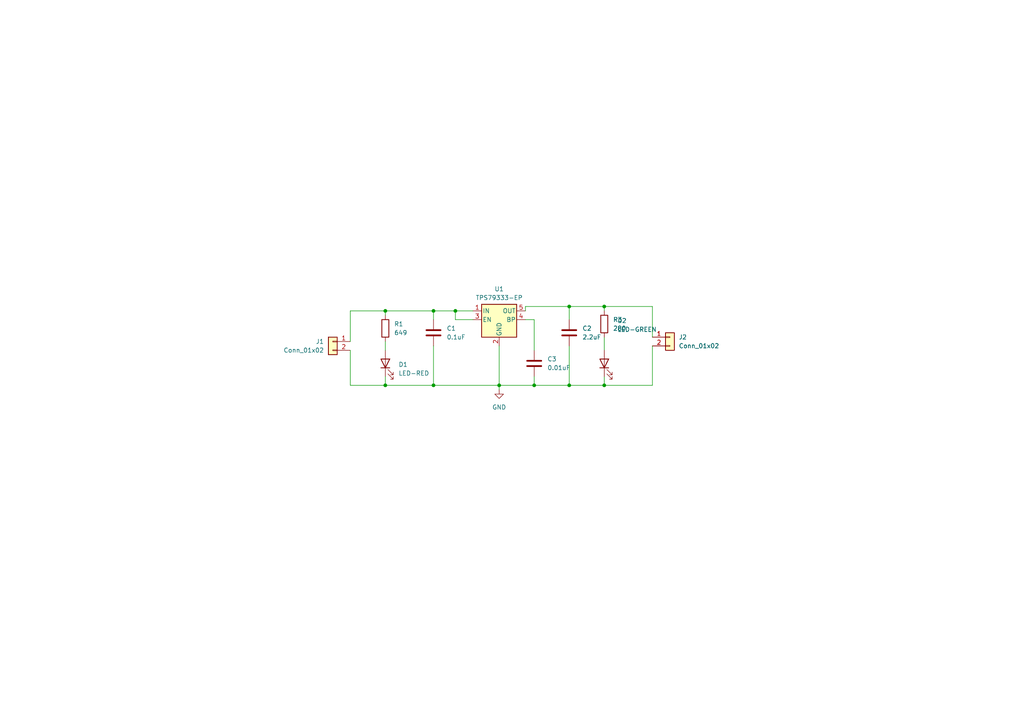
<source format=kicad_sch>
(kicad_sch (version 20231120) (generator "eeschema") (generator_version "8.0")
  (paper "A4")
  (lib_symbols
    (symbol "Connector_Generic:Conn_01x02" (pin_names (offset 1.016) hide)
      (property "Reference" "J" (at 0 2.54 0))
      (property "Value" "Conn_01x02" (at 0 -5.08 0))
      (symbol "Conn_01x02_1_1"
        (rectangle (start -1.27 -2.413) (end 0 -2.667) (stroke (width 0.1524)))
        (rectangle (start -1.27 0.127) (end 0 -0.127) (stroke (width 0.1524)))
        (rectangle (start -1.27 1.27) (end 1.27 -3.81) (stroke (width 0.254)) (fill (type background)))
        (pin passive line (at -5.08 0 0) (length 3.81) (name "Pin_1") (number "1"))
        (pin passive line (at -5.08 -2.54 0) (length 3.81) (name "Pin_2") (number "2"))
      )
    )
    (symbol "Device:C" (pin_numbers hide) (pin_names (offset 0.254))
      (property "Reference" "C" (at 0.635 2.54 0))
      (property "Value" "C" (at 0.635 -2.54 0))
      (symbol "C_0_1"
        (polyline (pts (xy -2.032 -0.762) (xy 2.032 -0.762)) (stroke (width 0.508)))
        (polyline (pts (xy -2.032 0.762) (xy 2.032 0.762)) (stroke (width 0.508)))
      )
      (symbol "C_1_1"
        (pin passive line (at 0 3.81 270) (length 2.794) (name "~") (number "1"))
        (pin passive line (at 0 -3.81 90) (length 2.794) (name "~") (number "2"))
      )
    )
    (symbol "Device:LED" (pin_numbers hide) (pin_names (offset 1.016) hide)
      (property "Reference" "D" (at 0 2.54 0))
      (property "Value" "LED" (at 0 -2.54 0))
      (symbol "LED_0_1"
        (polyline (pts (xy -1.27 -1.27) (xy -1.27 1.27)) (stroke (width 0.254)))
        (polyline (pts (xy -1.27 0) (xy 1.27 0)))
        (polyline (pts (xy 1.27 -1.27) (xy 1.27 1.27) (xy -1.27 0) (xy 1.27 -1.27)) (stroke (width 0.254)))
        (polyline (pts (xy -3.048 -0.762) (xy -4.572 -2.286) (xy -3.81 -2.286) (xy -4.572 -2.286) (xy -4.572 -1.524)))
        (polyline (pts (xy -1.778 -0.762) (xy -3.302 -2.286) (xy -2.54 -2.286) (xy -3.302 -2.286) (xy -3.302 -1.524)))
      )
      (symbol "LED_1_1"
        (pin passive line (at -3.81 0 0) (length 2.54) (name "K") (number "1"))
        (pin passive line (at 3.81 0 180) (length 2.54) (name "A") (number "2"))
      )
    )
    (symbol "Device:R" (pin_numbers hide) (pin_names (offset 0))
      (property "Reference" "R" (at 2.032 0 90))
      (property "Value" "R" (at 0 0 90))
      (symbol "R_0_1"
        (rectangle (start -1.016 -2.54) (end 1.016 2.54) (stroke (width 0.254)))
      )
      (symbol "R_1_1"
        (pin passive line (at 0 3.81 270) (length 1.27) (name "~") (number "1"))
        (pin passive line (at 0 -3.81 90) (length 1.27) (name "~") (number "2"))
      )
    )
    (symbol "Regulator_Linear:TPS79333-EP" (pin_names (offset 0.254))
      (property "Reference" "U" (at -3.81 5.715 0))
      (property "Value" "TPS79333-EP" (at 0 5.715 0))
      (symbol "TPS79333-EP_1_1"
        (rectangle (start 5.08 -5.08) (end -5.08 4.445) (stroke (width 0.254)) (fill (type background)))
        (pin power_in line (at -7.62 2.54 0) (length 2.54) (name "IN") (number "1"))
        (pin power_in line (at 0 -7.62 90) (length 2.54) (name "GND") (number "2"))
        (pin input line (at -7.62 0 0) (length 2.54) (name "EN") (number "3"))
        (pin bidirectional line (at 7.62 0 180) (length 2.54) (name "BP") (number "4"))
        (pin power_out line (at 7.62 2.54 180) (length 2.54) (name "OUT") (number "5"))
      )
    )
    (symbol "power:GND" (power) (pin_numbers hide) (pin_names (offset 0) hide)
      (property "Value" "GND" (at 0 -3.81 0))
      (symbol "GND_0_1"
        (polyline (pts (xy 0 0) (xy 0 -1.27) (xy 1.27 -1.27) (xy 0 -2.54) (xy -1.27 -1.27) (xy 0 -1.27)))
      )
      (symbol "GND_1_1"
        (pin power_in line (at 0 0 270) (length 0) (name "~") (number "1"))
      )
    )
  )
  (junction (at 144.78 111.76))
  (junction (at 175.26 111.76))
  (junction (at 154.94 111.76))
  (junction (at 111.76 90.17))
  (junction (at 111.76 111.76))
  (junction (at 125.73 90.17))
  (junction (at 132.08 90.17))
  (junction (at 165.1 88.9))
  (junction (at 175.26 88.9))
  (junction (at 125.73 111.76))
  (junction (at 165.1 111.76))
  (wire (pts (xy 175.26 109.22) (xy 175.26 111.76)))
  (wire (pts (xy 125.73 111.76) (xy 144.78 111.76)))
  (wire (pts (xy 132.08 92.71) (xy 132.08 90.17)))
  (wire (pts (xy 101.6 111.76) (xy 111.76 111.76)))
  (wire (pts (xy 144.78 100.33) (xy 144.78 111.76)))
  (wire (pts (xy 111.76 99.06) (xy 111.76 101.6)))
  (wire (pts (xy 125.73 100.33) (xy 125.73 111.76)))
  (wire (pts (xy 101.6 101.6) (xy 101.6 111.76)))
  (wire (pts (xy 125.73 90.17) (xy 132.08 90.17)))
  (wire (pts (xy 137.16 92.71) (xy 132.08 92.71)))
  (wire (pts (xy 154.94 101.6) (xy 154.94 92.71)))
  (wire (pts (xy 125.73 92.71) (xy 125.73 90.17)))
  (wire (pts (xy 175.26 88.9) (xy 189.23 88.9)))
  (wire (pts (xy 165.1 88.9) (xy 152.4 88.9)))
  (wire (pts (xy 101.6 90.17) (xy 111.76 90.17)))
  (wire (pts (xy 154.94 92.71) (xy 152.4 92.71)))
  (wire (pts (xy 165.1 88.9) (xy 175.26 88.9)))
  (wire (pts (xy 111.76 91.44) (xy 111.76 90.17)))
  (wire (pts (xy 165.1 92.71) (xy 165.1 88.9)))
  (wire (pts (xy 175.26 97.79) (xy 175.26 101.6)))
  (wire (pts (xy 189.23 111.76) (xy 175.26 111.76)))
  (wire (pts (xy 152.4 88.9) (xy 152.4 90.17)))
  (wire (pts (xy 154.94 109.22) (xy 154.94 111.76)))
  (wire (pts (xy 165.1 111.76) (xy 154.94 111.76)))
  (wire (pts (xy 175.26 90.17) (xy 175.26 88.9)))
  (wire (pts (xy 165.1 100.33) (xy 165.1 111.76)))
  (wire (pts (xy 111.76 111.76) (xy 125.73 111.76)))
  (wire (pts (xy 175.26 111.76) (xy 165.1 111.76)))
  (wire (pts (xy 101.6 99.06) (xy 101.6 90.17)))
  (wire (pts (xy 189.23 97.79) (xy 189.23 88.9)))
  (wire (pts (xy 144.78 111.76) (xy 144.78 113.03)))
  (wire (pts (xy 189.23 100.33) (xy 189.23 111.76)))
  (wire (pts (xy 132.08 90.17) (xy 137.16 90.17)))
  (wire (pts (xy 154.94 111.76) (xy 144.78 111.76)))
  (wire (pts (xy 111.76 109.22) (xy 111.76 111.76)))
  (wire (pts (xy 111.76 90.17) (xy 125.73 90.17)))
  (symbol (lib_id "Connector_Generic:Conn_01x02") (at 194.31 97.79 0) (unit 1)
    (property "Reference" "J2" (at 196.85 97.7899 0) (effects (justify left)))
    (property "Value" "Conn_01x02" (at 196.85 100.3299 0) (effects (justify left)))
    (property "Footprint" "Connector_PinHeader_2.54mm:PinHeader_1x02_P2.54mm_Vertical" (effects (hide yes)))
    (property "Description" "Generic connector, single row, 01x02, script generated (kicad-library-utils/schlib/autogen/connector/)" (effects (hide yes)))
  )
  (symbol (lib_id "Device:R") (at 111.76 95.25 0) (unit 1)
    (property "Reference" "R1" (at 114.3 93.9799 0) (effects (justify left)))
    (property "Value" "649" (at 114.3 96.5199 0) (effects (justify left)))
    (property "Footprint" "Resistor_SMD:R_0805_2012Metric" (effects (hide yes)))
    (property "Description" "Resistor" (effects (hide yes)))
  )
  (symbol (lib_id "Device:C") (at 125.73 96.52 0) (unit 1)
    (property "Reference" "C1" (at 129.54 95.2499 0) (effects (justify left)))
    (property "Value" "0.1uF" (at 129.54 97.7899 0) (effects (justify left)))
    (property "Footprint" "Capacitor_SMD:C_0805_2012Metric" (effects (hide yes)))
    (property "Description" "Unpolarized capacitor" (effects (hide yes)))
  )
  (symbol (lib_id "Device:LED") (at 175.26 105.41 90) (unit 1)
    (property "Reference" "D2" (at 179.07 93.0274 90) (effects (justify right)))
    (property "Value" "LED-GREEN" (at 179.07 95.5674 90) (effects (justify right)))
    (property "Footprint" "LED_SMD:LED_0805_2012Metric" (effects (hide yes)))
    (property "Description" "Light emitting diode" (effects (hide yes)))
  )
  (symbol (lib_id "Device:LED") (at 111.76 105.41 90) (unit 1)
    (property "Reference" "D1" (at 115.57 105.7274 90) (effects (justify right)))
    (property "Value" "LED-RED" (at 115.57 108.2674 90) (effects (justify right)))
    (property "Footprint" "LED_SMD:LED_0805_2012Metric" (effects (hide yes)))
    (property "Description" "Light emitting diode" (effects (hide yes)))
  )
  (symbol (lib_id "Device:R") (at 175.26 93.98 0) (unit 1)
    (property "Reference" "R3" (at 177.8 92.7099 0) (effects (justify left)))
    (property "Value" "280" (at 177.8 95.2499 0) (effects (justify left)))
    (property "Footprint" "Resistor_SMD:R_0805_2012Metric" (effects (hide yes)))
    (property "Description" "Resistor" (effects (hide yes)))
  )
  (symbol (lib_id "Connector_Generic:Conn_01x02") (at 96.52 99.06 0) (mirror y) (unit 1)
    (property "Reference" "J1" (at 93.98 99.0599 0) (effects (justify left)))
    (property "Value" "Conn_01x02" (at 93.98 101.5999 0) (effects (justify left)))
    (property "Footprint" "Connector_PinHeader_2.54mm:PinHeader_1x02_P2.54mm_Vertical" (effects (hide yes)))
    (property "Description" "Generic connector, single row, 01x02, script generated (kicad-library-utils/schlib/autogen/connector/)" (effects (hide yes)))
  )
  (symbol (lib_id "power:GND") (at 144.78 113.03 0) (unit 1)
    (property "Reference" "#PWR01" (effects (hide yes)))
    (property "Value" "GND" (at 144.78 118.11 0))
    (property "Description" "Power symbol creates a global label with name \"GND\" , ground" (effects (hide yes)))
  )
  (symbol (lib_id "Device:C") (at 154.94 105.41 0) (unit 1)
    (property "Reference" "C3" (at 158.75 104.1399 0) (effects (justify left)))
    (property "Value" "0.01uF" (at 158.75 106.6799 0) (effects (justify left)))
    (property "Footprint" "Capacitor_SMD:C_0805_2012Metric" (effects (hide yes)))
    (property "Description" "Unpolarized capacitor" (effects (hide yes)))
  )
  (symbol (lib_id "Device:C") (at 165.1 96.52 0) (unit 1)
    (property "Reference" "C2" (at 168.91 95.2499 0) (effects (justify left)))
    (property "Value" "2.2uF" (at 168.91 97.7899 0) (effects (justify left)))
    (property "Footprint" "Capacitor_SMD:C_0805_2012Metric" (effects (hide yes)))
    (property "Description" "Unpolarized capacitor" (effects (hide yes)))
  )
  (symbol (lib_id "Regulator_Linear:TPS79333-EP") (at 144.78 92.71 0) (unit 1)
    (property "Reference" "U1" (at 144.78 83.82 0))
    (property "Value" "TPS79333-EP" (at 144.78 86.36 0))
    (property "Footprint" "Package_TO_SOT_SMD:SOT-23-5" (effects (hide yes)))
    (property "Datasheet" "http://www.ti.com/lit/ds/symlink/tps79333-ep.pdf" (effects (hide yes)))
    (property "Description" "200mA UltraLow-Noise, High-Precision, Fast RF, Low Drop-out Voltage Regulator, Fixed Output 3.3V, SOT-23" (effects (hide yes)))
  )
)
</source>
